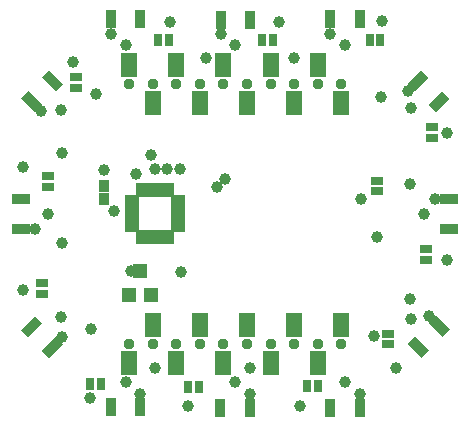
<source format=gbr>
G04 #@! TF.FileFunction,Soldermask,Bot*
%FSLAX46Y46*%
G04 Gerber Fmt 4.6, Leading zero omitted, Abs format (unit mm)*
G04 Created by KiCad (PCBNEW 4.0.7-e2-6376~58~ubuntu16.04.1) date Tue Jul 31 10:53:18 2018*
%MOMM*%
%LPD*%
G01*
G04 APERTURE LIST*
%ADD10C,0.100000*%
%ADD11R,1.400000X2.000000*%
%ADD12C,0.950000*%
%ADD13R,0.900000X1.650000*%
%ADD14R,1.250000X0.700000*%
%ADD15R,0.700000X1.250000*%
%ADD16R,1.650000X0.900000*%
%ADD17R,1.200000X1.300000*%
%ADD18R,0.900000X1.000000*%
%ADD19R,1.000000X0.800000*%
%ADD20R,0.800000X1.000000*%
%ADD21C,1.000000*%
G04 APERTURE END LIST*
D10*
D11*
X148000000Y-87600000D03*
X146000000Y-84400000D03*
X144000000Y-87600000D03*
X142000000Y-84400000D03*
X140000000Y-87600000D03*
X138000000Y-84400000D03*
X136000000Y-87600000D03*
X134000000Y-84400000D03*
X132000000Y-87600000D03*
X130000000Y-84400000D03*
D12*
X148000000Y-86000000D03*
X146000000Y-86000000D03*
X144000000Y-86000000D03*
X142000000Y-86000000D03*
X140000000Y-86000000D03*
X138000000Y-86000000D03*
X136000000Y-86000000D03*
X134000000Y-86000000D03*
X132000000Y-86000000D03*
X130000000Y-86000000D03*
D13*
X130980000Y-80540000D03*
X128480000Y-80540000D03*
X140260000Y-80570000D03*
X137760000Y-80570000D03*
X149530000Y-80550000D03*
X147030000Y-80550000D03*
X147040000Y-113450000D03*
X149540000Y-113450000D03*
X128470000Y-113390000D03*
X130970000Y-113390000D03*
D14*
X134160000Y-95730000D03*
X134160000Y-96230000D03*
X134160000Y-96730000D03*
X134160000Y-97230000D03*
X134160000Y-97730000D03*
X134160000Y-98230000D03*
D15*
X133460000Y-98930000D03*
X132960000Y-98930000D03*
X132460000Y-98930000D03*
X131960000Y-98930000D03*
X131460000Y-98930000D03*
X130960000Y-98930000D03*
D14*
X130260000Y-98230000D03*
X130260000Y-97730000D03*
X130260000Y-97230000D03*
X130260000Y-96730000D03*
X130260000Y-96230000D03*
X130260000Y-95730000D03*
D15*
X130960000Y-95030000D03*
X131460000Y-95030000D03*
X131960000Y-95030000D03*
X132460000Y-95030000D03*
X132960000Y-95030000D03*
X133460000Y-95030000D03*
D10*
G36*
X157155444Y-87248718D02*
X155988718Y-88415444D01*
X155352322Y-87779048D01*
X156519048Y-86612322D01*
X157155444Y-87248718D01*
X157155444Y-87248718D01*
G37*
G36*
X155387678Y-85480952D02*
X154220952Y-86647678D01*
X153584556Y-86011282D01*
X154751282Y-84844556D01*
X155387678Y-85480952D01*
X155387678Y-85480952D01*
G37*
D16*
X157120000Y-98250000D03*
X157120000Y-95750000D03*
X120860000Y-95760000D03*
X120860000Y-98260000D03*
D13*
X137750000Y-113450000D03*
X140250000Y-113450000D03*
D10*
G36*
X120844556Y-106811282D02*
X122011282Y-105644556D01*
X122647678Y-106280952D01*
X121480952Y-107447678D01*
X120844556Y-106811282D01*
X120844556Y-106811282D01*
G37*
G36*
X122612322Y-108579048D02*
X123779048Y-107412322D01*
X124415444Y-108048718D01*
X123248718Y-109215444D01*
X122612322Y-108579048D01*
X122612322Y-108579048D01*
G37*
G36*
X154771282Y-109185444D02*
X153604556Y-108018718D01*
X154240952Y-107382322D01*
X155407678Y-108549048D01*
X154771282Y-109185444D01*
X154771282Y-109185444D01*
G37*
G36*
X156539048Y-107417678D02*
X155372322Y-106250952D01*
X156008718Y-105614556D01*
X157175444Y-106781282D01*
X156539048Y-107417678D01*
X156539048Y-107417678D01*
G37*
G36*
X123268718Y-84834556D02*
X124435444Y-86001282D01*
X123799048Y-86637678D01*
X122632322Y-85470952D01*
X123268718Y-84834556D01*
X123268718Y-84834556D01*
G37*
G36*
X121500952Y-86602322D02*
X122667678Y-87769048D01*
X122031282Y-88405444D01*
X120864556Y-87238718D01*
X121500952Y-86602322D01*
X121500952Y-86602322D01*
G37*
D17*
X131890000Y-103860000D03*
X129990000Y-103860000D03*
X130940000Y-101860000D03*
D18*
X127880000Y-94620000D03*
X127880000Y-95720000D03*
D19*
X151000000Y-94200000D03*
X151000000Y-95100000D03*
D20*
X133370000Y-82290000D03*
X132470000Y-82290000D03*
X142175000Y-82275000D03*
X141275000Y-82275000D03*
X151275000Y-82325000D03*
X150375000Y-82325000D03*
D19*
X155625000Y-90550000D03*
X155625000Y-89650000D03*
X155125000Y-100875000D03*
X155125000Y-99975000D03*
X151975000Y-108050000D03*
X151975000Y-107150000D03*
D20*
X145075000Y-111575000D03*
X145975000Y-111575000D03*
X135000000Y-111675000D03*
X135900000Y-111675000D03*
X126725000Y-111425000D03*
X127625000Y-111425000D03*
D19*
X122625000Y-102900000D03*
X122625000Y-103800000D03*
X123150000Y-93800000D03*
X123150000Y-94700000D03*
X125550000Y-85450000D03*
X125550000Y-86350000D03*
D11*
X148000000Y-106400000D03*
X146000000Y-109600000D03*
X144000000Y-106400000D03*
X142000000Y-109600000D03*
X140000000Y-106400000D03*
X138000000Y-109600000D03*
X136000000Y-106400000D03*
X134000000Y-109600000D03*
X132000000Y-106400000D03*
X130000000Y-109600000D03*
D12*
X148000000Y-108000000D03*
X146000000Y-108000000D03*
X144000000Y-108000000D03*
X142000000Y-108000000D03*
X140000000Y-108000000D03*
X138000000Y-108000000D03*
X136000000Y-108000000D03*
X134000000Y-108000000D03*
X132000000Y-108000000D03*
X130000000Y-108000000D03*
D21*
X130150000Y-101880000D03*
X134400000Y-101890000D03*
X126725000Y-112575000D03*
X151420000Y-80640000D03*
X133500000Y-80750000D03*
X142720000Y-80750000D03*
X156970000Y-90180000D03*
X156970000Y-100910000D03*
X152580000Y-110030000D03*
X144450000Y-113310000D03*
X134970000Y-113310000D03*
X121050000Y-103480000D03*
X125240000Y-84160000D03*
X121050000Y-93080000D03*
X133225000Y-93200000D03*
X127890000Y-93330000D03*
X132220000Y-93240000D03*
X126810000Y-106760000D03*
X153830000Y-104230000D03*
X132230000Y-110020000D03*
X140260000Y-110030000D03*
X153830000Y-94500000D03*
X150770000Y-107350000D03*
X136510000Y-83840000D03*
X127220000Y-86850000D03*
X124360000Y-91870000D03*
X124370000Y-99490000D03*
X151370000Y-87080000D03*
X144000000Y-83840000D03*
X149610000Y-95750000D03*
X151020000Y-98940000D03*
X134330000Y-93240000D03*
X131890000Y-92010000D03*
X137470000Y-94700000D03*
X124270000Y-105760000D03*
X139010000Y-111220000D03*
X124220000Y-88190000D03*
X123170000Y-97000000D03*
X148290000Y-111210000D03*
X153890000Y-105900000D03*
X154970000Y-97000000D03*
X153920000Y-88070000D03*
X139010000Y-82680000D03*
X129730000Y-82680000D03*
X148290000Y-82680000D03*
X129740000Y-111220000D03*
X138150000Y-94060000D03*
X130570000Y-93630000D03*
X122600000Y-88340000D03*
X122030000Y-98250000D03*
X124370000Y-107440000D03*
X130980000Y-112290000D03*
X140260000Y-112290000D03*
X149540000Y-112290000D03*
X155410000Y-105650000D03*
X155900000Y-95750000D03*
X153660000Y-86570000D03*
X137760000Y-81810000D03*
X147030000Y-81810000D03*
X128480000Y-81810000D03*
X128750000Y-96775000D03*
M02*

</source>
